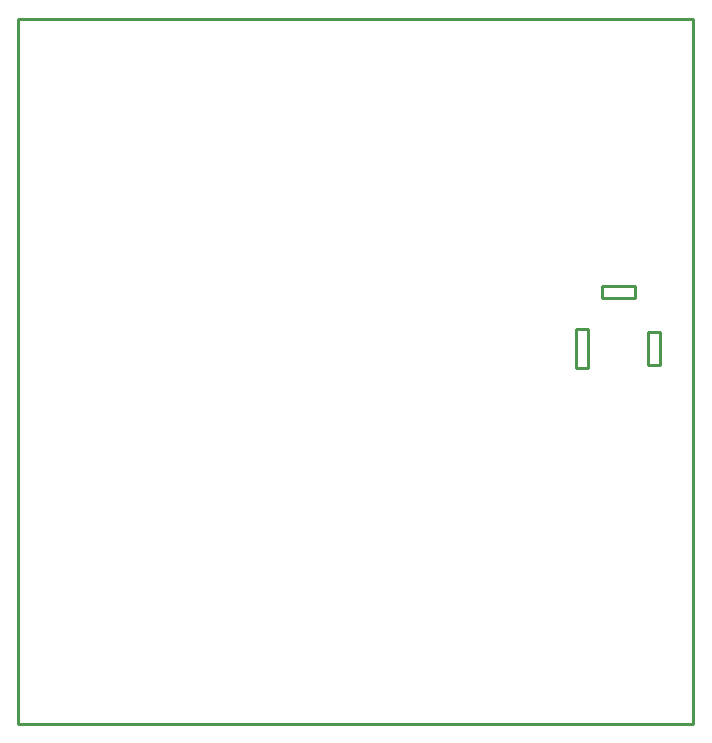
<source format=gbr>
G04 EAGLE Gerber RS-274X export*
G75*
%MOMM*%
%FSLAX34Y34*%
%LPD*%
%IN*%
%IPPOS*%
%AMOC8*
5,1,8,0,0,1.08239X$1,22.5*%
G01*
%ADD10C,0.254000*%


D10*
X0Y0D02*
X571500Y0D01*
X571500Y596900D01*
X0Y596900D01*
X0Y0D01*
X533000Y303500D02*
X543000Y303500D01*
X543000Y331500D01*
X533000Y331500D01*
X533000Y303500D01*
X472000Y301000D02*
X482000Y301000D01*
X482000Y334000D01*
X472000Y334000D01*
X472000Y301000D01*
X494000Y360500D02*
X522000Y360500D01*
X522000Y370500D01*
X494000Y370500D01*
X494000Y360500D01*
M02*

</source>
